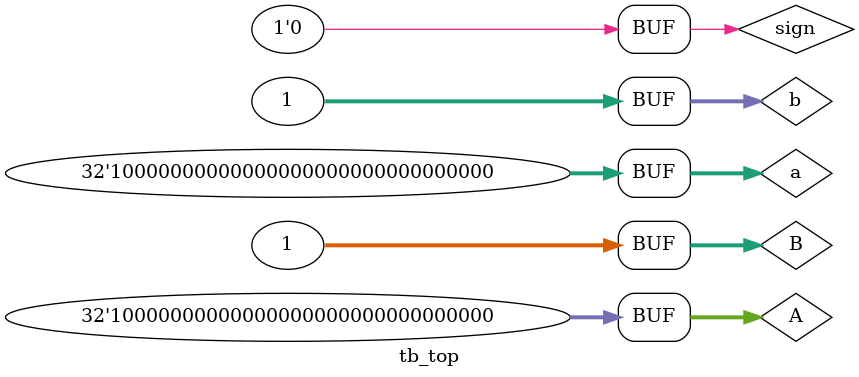
<source format=v>
`timescale 1ns / 1ps




module tb_top();

    wire    [31:0]  a,b;
	wire    [67:0] result;
	wire    [63:0] RESULT;
	wire    sign;
	integer i,j;
	reg     [31:0] A;
	reg     [31:0] B;
	
signed_multi aha(
    .A     (a       ),
    .B   (b    ),
    .sign (sign),
    .result    (result     ), 
    .RESULT    (RESULT)
);
assign a = A;
assign b = B;
assign sign = 0;
initial 
begin
    A = 2147483648;
    B = 1;
    
    
end

					


endmodule



</source>
